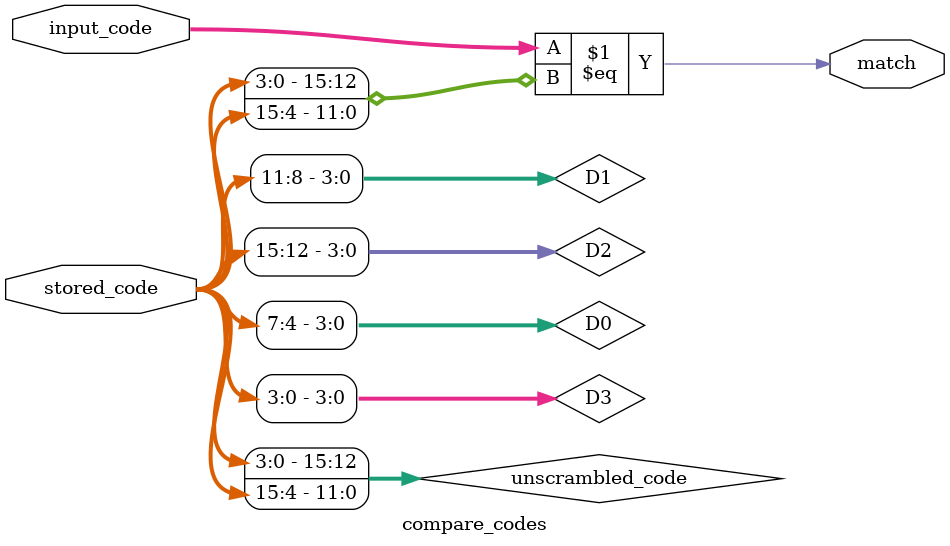
<source format=v>
module compare_codes (
    input [15:0] input_code, // code produced by input_shift_register
    input [15:0] stored_code, // scrambled passcode from stored_code_register
    output match // 1 if the user-entered and stored codes match, else 0
);

    // Stored code format: {D2, D1, D0, D3} = {[15:12], [11:8], [7:4], [3:0]}
    // To unscramble: extract D3 from [3:0], D2 from [15:12], D1 from [11:8], D0 from [7:4]
    wire [3:0] D3 = stored_code[3:0];
    wire [3:0] D2 = stored_code[15:12];
    wire [3:0] D1 = stored_code[11:8];
    wire [3:0] D0 = stored_code[7:4];
    
    wire [15:0] unscrambled_code = {D3, D2, D1, D0};
    
    assign match = (input_code == unscrambled_code);


endmodule
</source>
